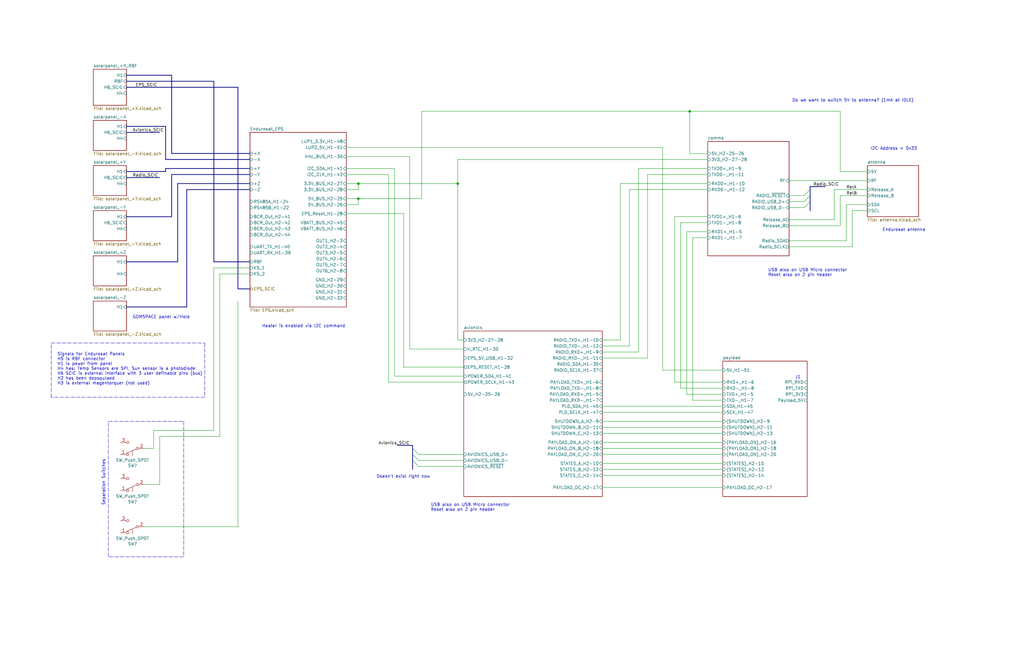
<source format=kicad_sch>
(kicad_sch (version 20211123) (generator eeschema)
  (paper "B")
  (lib_symbols
    (symbol "Switch:SW_Push_SPDT" (pin_names (offset 0) hide)
      (property "Reference" "SW" (at 0 4.318 0))
      (property "Value" "SW_Push_SPDT" (at 0 -5.08 0))
      (symbol "SW_Push_SPDT_0_0"
        (circle (center -2.032 0) (radius 0.508))
        (polyline (pts (xy 0 1.016) (xy 0 3.048)))
        (circle (center 2.032 -2.54) (radius 0.508))
      )
      (symbol "SW_Push_SPDT_0_1"
        (polyline (pts (xy -1.524 0.254) (xy 2.54 2.032)))
        (circle (center 2.032 2.54) (radius 0.508))
      )
      (symbol "SW_Push_SPDT_1_1"
        (pin passive line (at 5.08 2.54 180) (length 2.54) (name "A") (number "1"))
        (pin passive line (at -5.08 0 0) (length 2.54) (name "B") (number "2"))
        (pin passive line (at 5.08 -2.54 180) (length 2.54) (name "C") (number "3"))
      )
    )
  )
  (junction (at 151.13 77.47))
  (junction (at 193.04 77.47))
  (junction (at 151.13 83.82))
  (junction (at 290.83 46.99))
  (bus_entry (at 341.63 82.55) (size -2.54 2.54))
  (bus_entry (at 173.99 194.31) (size 2.54 2.54))
  (bus_entry (at 173.99 191.77) (size 2.54 2.54))
  (bus_entry (at 173.99 189.23) (size 2.54 2.54))
  (bus_entry (at 341.63 80.01) (size -2.54 2.54))
  (bus_entry (at 341.63 85.09) (size -2.54 2.54))
  (wire (pts (xy 254 151.13) (xy 273.05 151.13)))
  (wire (pts (xy 176.53 194.31) (xy 195.58 194.31)))
  (polyline (pts (xy 45.72 177.8) (xy 77.47 177.8)))
  (wire (pts (xy 304.8 168.91) (xy 292.1 168.91)))
  (wire (pts (xy 60.96 222.25) (xy 100.33 222.25)))
  (wire (pts (xy 90.17 113.03) (xy 90.17 181.61)))
  (bus (pts (xy 173.99 189.23) (xy 173.99 191.77)))
  (wire (pts (xy 292.1 168.91) (xy 292.1 100.33)))
  (wire (pts (xy 254 180.34) (xy 304.8 180.34)))
  (wire (pts (xy 254 177.8) (xy 304.8 177.8)))
  (wire (pts (xy 254 205.74) (xy 304.8 205.74)))
  (bus (pts (xy 69.85 53.34) (xy 69.85 67.31)))
  (bus (pts (xy 53.34 55.88) (xy 67.31 55.88)))
  (bus (pts (xy 100.33 121.92) (xy 105.41 121.92)))
  (wire (pts (xy 105.41 113.03) (xy 90.17 113.03)))
  (wire (pts (xy 254 195.58) (xy 304.8 195.58)))
  (wire (pts (xy 67.31 184.15) (xy 92.71 184.15)))
  (wire (pts (xy 356.87 86.36) (xy 365.76 86.36)))
  (bus (pts (xy 74.93 110.49) (xy 74.93 77.47)))
  (wire (pts (xy 146.05 62.23) (xy 279.4 62.23)))
  (wire (pts (xy 261.62 77.47) (xy 298.45 77.47)))
  (bus (pts (xy 78.74 80.01) (xy 105.41 80.01)))
  (wire (pts (xy 151.13 80.01) (xy 151.13 77.47)))
  (wire (pts (xy 354.33 82.55) (xy 365.76 82.55)))
  (bus (pts (xy 105.41 110.49) (xy 90.17 110.49)))
  (wire (pts (xy 195.58 147.32) (xy 172.72 147.32)))
  (polyline (pts (xy 86.36 167.64) (xy 21.59 167.64)))
  (bus (pts (xy 167.64 187.96) (xy 173.99 187.96)))
  (wire (pts (xy 269.24 71.12) (xy 298.45 71.12)))
  (wire (pts (xy 163.83 161.29) (xy 163.83 73.66)))
  (wire (pts (xy 193.04 77.47) (xy 193.04 143.51)))
  (wire (pts (xy 298.45 93.98) (xy 287.02 93.98)))
  (wire (pts (xy 151.13 77.47) (xy 193.04 77.47)))
  (wire (pts (xy 176.53 191.77) (xy 195.58 191.77)))
  (wire (pts (xy 279.4 62.23) (xy 279.4 156.21)))
  (wire (pts (xy 195.58 143.51) (xy 193.04 143.51)))
  (wire (pts (xy 332.74 95.25) (xy 354.33 95.25)))
  (polyline (pts (xy 86.36 144.78) (xy 86.36 167.64)))
  (wire (pts (xy 195.58 154.94) (xy 170.18 154.94)))
  (bus (pts (xy 72.39 31.75) (xy 72.39 64.77)))
  (wire (pts (xy 177.8 46.99) (xy 290.83 46.99)))
  (wire (pts (xy 304.8 161.29) (xy 284.48 161.29)))
  (bus (pts (xy 53.34 74.93) (xy 67.31 74.93)))
  (wire (pts (xy 105.41 115.57) (xy 92.71 115.57)))
  (wire (pts (xy 60.96 204.47) (xy 67.31 204.47)))
  (wire (pts (xy 298.45 97.79) (xy 289.56 97.79)))
  (wire (pts (xy 254 148.59) (xy 269.24 148.59)))
  (wire (pts (xy 254 186.69) (xy 304.8 186.69)))
  (bus (pts (xy 341.63 82.55) (xy 341.63 85.09)))
  (wire (pts (xy 193.04 67.31) (xy 193.04 77.47)))
  (wire (pts (xy 100.33 127) (xy 100.33 222.25)))
  (wire (pts (xy 284.48 161.29) (xy 284.48 91.44)))
  (wire (pts (xy 254 173.99) (xy 304.8 173.99)))
  (wire (pts (xy 254 191.77) (xy 304.8 191.77)))
  (wire (pts (xy 172.72 66.04) (xy 172.72 147.32)))
  (polyline (pts (xy 21.59 167.64) (xy 21.59 144.78)))
  (wire (pts (xy 354.33 46.99) (xy 354.33 72.39)))
  (wire (pts (xy 279.4 156.21) (xy 304.8 156.21)))
  (wire (pts (xy 298.45 91.44) (xy 284.48 91.44)))
  (bus (pts (xy 53.34 31.75) (xy 72.39 31.75)))
  (wire (pts (xy 254 198.12) (xy 304.8 198.12)))
  (wire (pts (xy 151.13 83.82) (xy 177.8 83.82)))
  (wire (pts (xy 195.58 161.29) (xy 163.83 161.29)))
  (wire (pts (xy 332.74 101.6) (xy 356.87 101.6)))
  (wire (pts (xy 359.41 88.9) (xy 365.76 88.9)))
  (bus (pts (xy 100.33 36.83) (xy 100.33 121.92)))
  (wire (pts (xy 332.74 104.14) (xy 359.41 104.14)))
  (wire (pts (xy 290.83 64.77) (xy 290.83 46.99)))
  (polyline (pts (xy 21.59 144.78) (xy 86.36 144.78)))
  (wire (pts (xy 92.71 115.57) (xy 92.71 184.15)))
  (wire (pts (xy 273.05 73.66) (xy 273.05 151.13)))
  (wire (pts (xy 166.37 71.12) (xy 146.05 71.12)))
  (bus (pts (xy 53.34 110.49) (xy 74.93 110.49)))
  (wire (pts (xy 332.74 82.55) (xy 339.09 82.55)))
  (bus (pts (xy 74.93 77.47) (xy 105.41 77.47)))
  (wire (pts (xy 146.05 90.17) (xy 170.18 90.17)))
  (wire (pts (xy 332.74 92.71) (xy 351.79 92.71)))
  (bus (pts (xy 69.85 67.31) (xy 105.41 67.31)))
  (polyline (pts (xy 45.72 234.95) (xy 45.72 177.8)))
  (bus (pts (xy 69.85 72.39) (xy 69.85 71.12)))
  (wire (pts (xy 166.37 158.75) (xy 166.37 71.12)))
  (wire (pts (xy 298.45 64.77) (xy 290.83 64.77)))
  (wire (pts (xy 273.05 73.66) (xy 298.45 73.66)))
  (wire (pts (xy 254 189.23) (xy 304.8 189.23)))
  (wire (pts (xy 60.96 189.23) (xy 64.77 189.23)))
  (wire (pts (xy 146.05 77.47) (xy 151.13 77.47)))
  (bus (pts (xy 78.74 129.54) (xy 78.74 80.01)))
  (wire (pts (xy 265.43 80.01) (xy 298.45 80.01)))
  (wire (pts (xy 172.72 66.04) (xy 146.05 66.04)))
  (wire (pts (xy 287.02 163.83) (xy 287.02 93.98)))
  (wire (pts (xy 146.05 86.36) (xy 151.13 86.36)))
  (wire (pts (xy 304.8 163.83) (xy 287.02 163.83)))
  (bus (pts (xy 341.63 80.01) (xy 341.63 82.55)))
  (bus (pts (xy 173.99 187.96) (xy 173.99 189.23)))
  (bus (pts (xy 173.99 194.31) (xy 173.99 198.12)))
  (wire (pts (xy 351.79 92.71) (xy 351.79 80.01)))
  (bus (pts (xy 72.39 73.66) (xy 72.39 91.44)))
  (wire (pts (xy 359.41 104.14) (xy 359.41 88.9)))
  (wire (pts (xy 298.45 67.31) (xy 193.04 67.31)))
  (bus (pts (xy 53.34 91.44) (xy 72.39 91.44)))
  (wire (pts (xy 356.87 101.6) (xy 356.87 86.36)))
  (wire (pts (xy 289.56 166.37) (xy 289.56 97.79)))
  (wire (pts (xy 304.8 166.37) (xy 289.56 166.37)))
  (wire (pts (xy 298.45 100.33) (xy 292.1 100.33)))
  (bus (pts (xy 53.34 36.83) (xy 100.33 36.83)))
  (wire (pts (xy 265.43 146.05) (xy 265.43 80.01)))
  (wire (pts (xy 254 143.51) (xy 261.62 143.51)))
  (wire (pts (xy 146.05 83.82) (xy 151.13 83.82)))
  (bus (pts (xy 72.39 64.77) (xy 105.41 64.77)))
  (bus (pts (xy 347.98 78.74) (xy 341.63 78.74)))
  (wire (pts (xy 332.74 87.63) (xy 339.09 87.63)))
  (wire (pts (xy 332.74 85.09) (xy 339.09 85.09)))
  (bus (pts (xy 173.99 191.77) (xy 173.99 194.31)))
  (wire (pts (xy 354.33 72.39) (xy 365.76 72.39)))
  (wire (pts (xy 170.18 154.94) (xy 170.18 90.17)))
  (wire (pts (xy 254 182.88) (xy 304.8 182.88)))
  (bus (pts (xy 341.63 78.74) (xy 341.63 80.01)))
  (bus (pts (xy 90.17 34.29) (xy 90.17 110.49)))
  (bus (pts (xy 53.34 129.54) (xy 78.74 129.54)))
  (bus (pts (xy 105.41 73.66) (xy 72.39 73.66)))
  (wire (pts (xy 176.53 196.85) (xy 195.58 196.85)))
  (wire (pts (xy 195.58 158.75) (xy 166.37 158.75)))
  (wire (pts (xy 146.05 80.01) (xy 151.13 80.01)))
  (wire (pts (xy 351.79 80.01) (xy 365.76 80.01)))
  (polyline (pts (xy 77.47 234.95) (xy 45.72 234.95)))
  (bus (pts (xy 69.85 71.12) (xy 105.41 71.12)))
  (bus (pts (xy 53.34 53.34) (xy 69.85 53.34)))
  (wire (pts (xy 67.31 204.47) (xy 67.31 184.15)))
  (wire (pts (xy 177.8 46.99) (xy 177.8 83.82)))
  (bus (pts (xy 53.34 72.39) (xy 69.85 72.39)))
  (polyline (pts (xy 77.47 177.8) (xy 77.47 234.95)))
  (wire (pts (xy 269.24 71.12) (xy 269.24 148.59)))
  (wire (pts (xy 290.83 46.99) (xy 354.33 46.99)))
  (wire (pts (xy 261.62 143.51) (xy 261.62 77.47)))
  (wire (pts (xy 151.13 86.36) (xy 151.13 83.82)))
  (wire (pts (xy 163.83 73.66) (xy 146.05 73.66)))
  (bus (pts (xy 341.63 85.09) (xy 341.63 88.9)))
  (wire (pts (xy 332.74 76.2) (xy 365.76 76.2)))
  (wire (pts (xy 64.77 189.23) (xy 64.77 181.61)))
  (wire (pts (xy 254 171.45) (xy 304.8 171.45)))
  (wire (pts (xy 64.77 181.61) (xy 90.17 181.61)))
  (wire (pts (xy 254 146.05) (xy 265.43 146.05)))
  (wire (pts (xy 254 200.66) (xy 304.8 200.66)))
  (bus (pts (xy 53.34 34.29) (xy 90.17 34.29)))
  (wire (pts (xy 354.33 95.25) (xy 354.33 82.55)))
  (text "Heater is enabled via I2C command\n" (at 110.49 138.43 0) (effects (font (size 1.27 1.27)) (justify left bottom)))
  (text "Do we want to switch 5V to antenna? (1mA at IDLE)" (at 334.01 43.18 0) (effects (font (size 1.27 1.27)) (justify left bottom)))
  (text "Separation Switches" (at 44.45 213.36 90) (effects (font (size 1.27 1.27)) (justify left bottom)))
  (text "I2C Address = 0x33" (at 367.03 63.5 0) (effects (font (size 1.27 1.27)) (justify left bottom)))
  (text "Doesn't exist right now" (at 158.75 201.93 0) (effects (font (size 1.27 1.27)) (justify left bottom)))
  (text "USB also on USB Micro connector\nReset also on 2 pin header" (at 323.85 116.84 0) (effects (font (size 1.27 1.27)) (justify left bottom)))
  (text "Signals for Endurosat Panels\nH5 is RBF connector\nH1 is power from panel\nH4 has: Temp Sensors are SPI, Sun sensor is a photodiode\nH6 SCIC is external interface with 3 user definable pins (bus)\nH2 has been depopulaed\nH3 is external magentorquer (not used)\n" (at 24.13 162.56 0) (effects (font (size 1.27 1.27)) (justify left bottom)))
  (text "USB also on USB Micro connector\nReset also on 2 pin header" (at 181.61 215.9 0) (effects (font (size 1.27 1.27)) (justify left bottom)))
  (text "GOMSPACE panel w/Hole\n" (at 55.88 134.62 0) (effects (font (size 1.27 1.27)) (justify left bottom)))
  (text "Endurosat antenna" (at 372.11 97.79 0) (effects (font (size 1.27 1.27)) (justify left bottom)))
  (text "J1\n" (at 335.28 160.02 0) (effects (font (size 1.27 1.27)) (justify left bottom)))
  (label "Avionics_SCIC" (at 55.88 55.88 0))
  (label "RelA" (at 356.87 80.01 0))
  (label "RelB" (at 356.87 82.55 0))
  (label "Radio_SCIC" (at 55.88 74.93 0))
  (label "Avionics_SCIC" (at 172.72 187.96 180))
  (label "EPS_SCIC" (at 57.15 36.83 0))
  (label "Radio_SCIC" (at 342.9 78.74 0))
  (hierarchical_label "EPS_SCIC" (shape bidirectional) (at 105.41 121.92 0))
  (symbol (lib_id "Switch:SW_Push_SPDT") (at 55.88 189.23 180) (unit 1)
    (property "Reference" "SW?" (at 55.88 196.469 0))
    (property "Value" "SW_Push_SPDT" (at 55.88 194.1576 0))
  )
  (symbol (lib_id "Switch:SW_Push_SPDT") (at 55.88 204.47 180) (unit 1)
    (property "Reference" "SW?" (at 55.88 211.709 0))
    (property "Value" "SW_Push_SPDT" (at 55.88 209.3976 0))
  )
  (symbol (lib_id "Switch:SW_Push_SPDT") (at 55.88 222.25 180) (unit 1)
    (property "Reference" "SW?" (at 55.88 229.489 0))
    (property "Value" "SW_Push_SPDT" (at 55.88 227.1776 0))
  )
  (sheet (at 365.76 69.85) (size 21.59 21.59)
    (property "Sheet name" "antenna" (at 365.76 69.1384 0) (effects (justify left bottom)))
    (property "Sheet file" "antenna.kicad_sch" (at 365.76 92.0246 0) (effects (justify left top)))
    (pin "Release_A" input (at 365.76 80.01 180))
    (pin "Release_B" input (at 365.76 82.55 180))
    (pin "RF" input (at 365.76 76.2 180))
    (pin "5V" input (at 365.76 72.39 180))
    (pin "SDA" input (at 365.76 86.36 180))
    (pin "SCL" input (at 365.76 88.9 180))
  )
  (sheet (at 39.37 29.21) (size 13.97 15.24)
    (property "Sheet name" "solarpanel_+X_RBF" (at 39.37 28.4984 0) (effects (justify left bottom)))
    (property "Sheet file" "solarpanel_+X.kicad_sch" (at 39.37 45.0346 0) (effects (justify left top)))
    (pin "H1" input (at 53.34 31.75 0))
    (pin "RBF" input (at 53.34 34.29 0))
    (pin "H6_SCIC" input (at 53.34 36.83 0))
    (pin "H4" input (at 53.34 39.37 0))
  )
  (sheet (at 39.37 50.8) (size 13.97 12.7)
    (property "Sheet name" "solarpanel_-X" (at 39.37 50.0884 0) (effects (justify left bottom)))
    (property "Sheet file" "solarpanel_-X.kicad_sch" (at 39.37 64.0846 0) (effects (justify left top)))
    (pin "H1" input (at 53.34 53.34 0))
    (pin "H6_SCIC" input (at 53.34 55.88 0))
    (pin "H4" input (at 53.34 58.42 0))
  )
  (sheet (at 39.37 69.85) (size 13.97 12.7)
    (property "Sheet name" "solarpanel_+Y" (at 39.37 69.1384 0) (effects (justify left bottom)))
    (property "Sheet file" "solarpanel_+Y.kicad_sch" (at 39.37 83.1346 0) (effects (justify left top)))
    (pin "H1" input (at 53.34 72.39 0))
    (pin "H6_SCIC" input (at 53.34 74.93 0))
    (pin "H4" input (at 53.34 77.47 0))
  )
  (sheet (at 39.37 88.9) (size 13.97 12.7)
    (property "Sheet name" "solarpanel_-Y" (at 39.37 88.1884 0) (effects (justify left bottom)))
    (property "Sheet file" "solarpanel_-Y.kicad_sch" (at 39.37 102.1846 0) (effects (justify left top)))
    (pin "H1" input (at 53.34 91.44 0))
    (pin "H6_SCIC" input (at 53.34 93.98 0))
    (pin "H4" input (at 53.34 96.52 0))
  )
  (sheet (at 39.37 127) (size 13.97 12.7)
    (property "Sheet name" "solarpanel_-Z" (at 39.37 126.2884 0) (effects (justify left bottom)))
    (property "Sheet file" "solarpanel_-Z.kicad_sch" (at 39.37 140.2846 0) (effects (justify left top)))
    (pin "H1" input (at 53.34 129.54 0))
  )
  (sheet (at 39.37 107.95) (size 13.97 12.7)
    (property "Sheet name" "solarpanel_+Z" (at 39.37 107.2384 0) (effects (justify left bottom)))
    (property "Sheet file" "solarpanel_+Z.kicad_sch" (at 39.37 121.2346 0) (effects (justify left top)))
    (pin "H1" input (at 53.34 110.49 0))
    (pin "H4" input (at 53.34 115.57 0))
  )
  (sheet (at 298.45 59.69) (size 34.29 48.26) (stroke (width 0.1524))
    (property "Sheet name" "comms" (at 298.45 58.9784 0) (effects (justify left bottom)))
    (property "Sheet file" "SilverSat_Comms.kicad_sch" (effects hide))
    (pin "RF" input (at 332.74 76.2 0))
    (pin "TXD1+_H1-6" input (at 298.45 91.44 180))
    (pin "RXD1+_H1-5" input (at 298.45 97.79 180))
    (pin "TXD1-_H1-8" input (at 298.45 93.98 180))
    (pin "RXD1-_H1-7" input (at 298.45 100.33 180))
    (pin "5V_H2-25-26" input (at 298.45 64.77 180))
    (pin "3V3_H2-27-28" input (at 298.45 67.31 180))
    (pin "RADIO_USB_D-" input (at 332.74 87.63 0))
    (pin "RADIO_USB_D+" input (at 332.74 85.09 0))
    (pin "RADIO_~{RESET}" input (at 332.74 82.55 0))
    (pin "TXD0+_H1-9" input (at 298.45 71.12 180))
    (pin "TXD0-_H1-11" input (at 298.45 73.66 180))
    (pin "RXD0+_H1-10" input (at 298.45 77.47 180))
    (pin "RXD0-_H1-12" input (at 298.45 80.01 180))
    (pin "Radio_SCLK" output (at 332.74 104.14 0))
    (pin "Radio_SDA" output (at 332.74 101.6 0))
    (pin "Release_A" output (at 332.74 92.71 0))
    (pin "Release_B" output (at 332.74 95.25 0))
  )
  (sheet (at 304.8 152.4) (size 35.56 57.15) (stroke (width 0.1524))
    (property "Sheet name" "payload" (at 304.8 151.6884 0) (effects (justify left bottom)))
    (property "Sheet file" "Payload Board.kicad_sch" (effects hide))
    (pin "(PAYLOAD_ON)_H2-20" input (at 304.8 191.77 180))
    (pin "(PAYLOAD_ON)_H2-16" input (at 304.8 186.69 180))
    (pin "(PAYLOAD_ON)_H2-18" input (at 304.8 189.23 180))
    (pin "5V_H1-51" input (at 304.8 156.21 180))
    (pin "SDA_H1-45" input (at 304.8 171.45 180))
    (pin "SCK_H1-47" input (at 304.8 173.99 180))
    (pin "(SHUTDOWN)_H2-13" input (at 304.8 182.88 180))
    (pin "(SHUTDOWN)_H2-11" input (at 304.8 180.34 180))
    (pin "(SHUTDOWN)_H2-9" input (at 304.8 177.8 180))
    (pin "(STATES)_H2-10" input (at 304.8 195.58 180))
    (pin "(STATES)_H2-12" input (at 304.8 198.12 180))
    (pin "(STATES)_H2-14" input (at 304.8 200.66 180))
    (pin "PAYLOAD_OC_H2-17" input (at 304.8 205.74 180))
    (pin "RXD+_H1-6" input (at 304.8 161.29 180))
    (pin "RXD-_H1-8" input (at 304.8 163.83 180))
    (pin "TXD+_H1-5" input (at 304.8 166.37 180))
    (pin "TXD-_H1-7" input (at 304.8 168.91 180))
    (pin "RPi_RXD" input (at 340.36 161.29 0))
    (pin "RPi_TXD" input (at 340.36 163.83 0))
    (pin "RPi_3V3" input (at 340.36 166.37 0))
    (pin "Payload_5V" input (at 340.36 168.91 0))
  )
  (sheet (at 105.41 55.88) (size 40.64 73.66) (stroke (width 0.1524))
    (property "Sheet name" "Endurosat_EPS" (at 105.41 55.1684 0) (effects (justify left bottom)))
    (property "Sheet file" "EPS.kicad_sch" (at 105.41 130.1246 0) (effects (justify left top)))
    (pin "GND_H2-30" input (at 146.05 120.65 0))
    (pin "GND_H2-31" input (at 146.05 123.19 0))
    (pin "GND_H2-32" input (at 146.05 125.73 0))
    (pin "GND_H2-29" input (at 146.05 118.11 0))
    (pin "BCR_Out_H2-41" input (at 105.41 91.44 180))
    (pin "RS485A_H1-24" input (at 105.41 85.09 180))
    (pin "EPS_Reset_H1-28" input (at 146.05 90.17 0))
    (pin "Vrtc_BUS_H1-30" input (at 146.05 66.04 0))
    (pin "RS485B_H1-22" input (at 105.41 87.63 180))
    (pin "UART_TX_H1-40" input (at 105.41 104.14 180))
    (pin "UART_RX_H1-39" input (at 105.41 106.68 180))
    (pin "I2C_SDA_H1-41" input (at 146.05 71.12 0))
    (pin "I2C_CLK_H1-43" input (at 146.05 73.66 0))
    (pin "LUP1_3.3V_H1-48" input (at 146.05 59.69 0))
    (pin "LUP2_5V_H1-51" input (at 146.05 62.23 0))
    (pin "OUT1_H2-3" input (at 146.05 101.6 0))
    (pin "OUT2_H2-4" input (at 146.05 104.14 0))
    (pin "OUT3_H2-5" input (at 146.05 106.68 0))
    (pin "OUT4_H2-6" input (at 146.05 109.22 0))
    (pin "OUT5_H2-7" input (at 146.05 111.76 0))
    (pin "OUT6_H2-8" input (at 146.05 114.3 0))
    (pin "5V_BUS_H2-25" input (at 146.05 83.82 0))
    (pin "5V_BUS_H2-26" input (at 146.05 86.36 0))
    (pin "3.3V_BUS_H2-27" input (at 146.05 77.47 0))
    (pin "3.3V_BUS_H2-28" input (at 146.05 80.01 0))
    (pin "-X" input (at 105.41 67.31 180))
    (pin "-Z" input (at 105.41 80.01 180))
    (pin "+Y" input (at 105.41 71.12 180))
    (pin "-Y" input (at 105.41 73.66 180))
    (pin "+X" input (at 105.41 64.77 180))
    (pin "KS_1" input (at 105.41 113.03 180))
    (pin "KS_2" input (at 105.41 115.57 180))
    (pin "RBF" input (at 105.41 110.49 180))
    (pin "+Z" input (at 105.41 77.47 180))
    (pin "BCR_Out_H2-42" input (at 105.41 93.98 180))
    (pin "BCR_Out_H2-43" input (at 105.41 96.52 180))
    (pin "BCR_Out_H2-44" input (at 105.41 99.06 180))
    (pin "VBATT_BUS_H2-45" input (at 146.05 93.98 0))
    (pin "VBATT_BUS_H2-46" input (at 146.05 96.52 0))
  )
  (sheet (at 195.58 139.7) (size 58.42 69.85) (stroke (width 0.1524))
    (property "Sheet name" "avionics" (at 195.58 138.9884 0) (effects (justify left bottom)))
    (property "Sheet file" "Avionics_Board.kicad_sch" (effects hide))
    (pin "SHUTDOWN_C_H2-13" input (at 254 182.88 0))
    (pin "SHUTDOWN_A_H2-9" input (at 254 177.8 0))
    (pin "SHUTDOWN_B_H2-11" input (at 254 180.34 0))
    (pin "PAYLOAD_OC_H2-17" input (at 254 205.74 0))
    (pin "RADIO_RXD+_H1-9" input (at 254 148.59 0))
    (pin "PAYLOAD_RXD+_H1-5" input (at 254 166.37 0))
    (pin "PAYLOAD_RXD-_H1-7" input (at 254 168.91 0))
    (pin "RADIO_RXD-_H1-11" input (at 254 151.13 0))
    (pin "PLD_SDA_H1-45" input (at 254 171.45 0))
    (pin "PLD_SCLK_H1-47" input (at 254 173.99 0))
    (pin "RADIO_SDA_H1-35" input (at 254 153.67 0))
    (pin "RADIO_SCLK_H1-37" input (at 254 156.21 0))
    (pin "POWER_SDA_H1-41" input (at 195.58 158.75 180))
    (pin "POWER_SCLK_H1-43" output (at 195.58 161.29 180))
    (pin "3V3_H2-27-28" input (at 195.58 143.51 180))
    (pin "STATES_B_H2-12" input (at 254 198.12 0))
    (pin "STATES_C_H2-14" input (at 254 200.66 0))
    (pin "PAYLOAD_ON_A_H2-16" input (at 254 186.69 0))
    (pin "PAYLOAD_ON_B_H2-18" input (at 254 189.23 0))
    (pin "PAYLOAD_ON_C_H2-20" input (at 254 191.77 0))
    (pin "STATES_A_H2-10" input (at 254 195.58 0))
    (pin "V_RTC_H1-30" input (at 195.58 147.32 180))
    (pin "PAYLOAD_TXD+_H1-6" input (at 254 161.29 0))
    (pin "PAYLOAD_TXD-_H1-8" input (at 254 163.83 0))
    (pin "RADIO_TXD+_H1-10" input (at 254 143.51 0))
    (pin "EPS_RESET_H1-28" output (at 195.58 154.94 180))
    (pin "EPS_5V_USB_H1-32" input (at 195.58 151.13 180))
    (pin "RADIO_TXD-_H1-12" input (at 254 146.05 0))
    (pin "5V_H2-25-26" input (at 195.58 166.37 180))
    (pin "AVIONICS_~{RESET}" input (at 195.58 196.85 180))
    (pin "AVIONICS_USB_D-" input (at 195.58 194.31 180))
    (pin "AVIONICS_USB_D+" input (at 195.58 191.77 180))
  )
)
</source>
